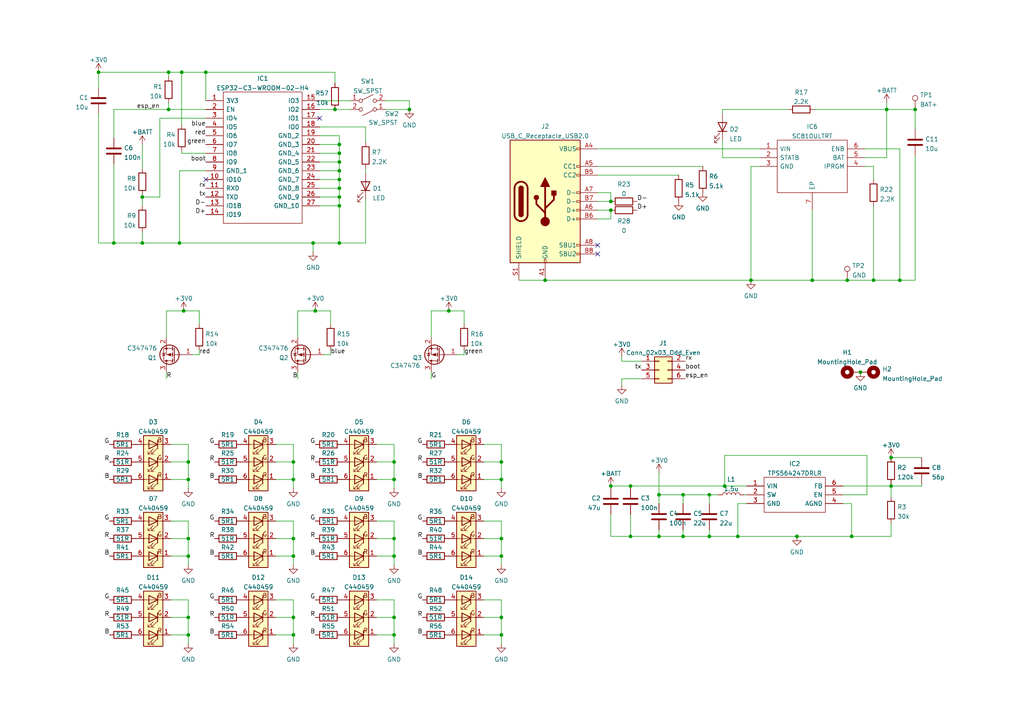
<source format=kicad_sch>
(kicad_sch (version 20211123) (generator eeschema)
  (paper "A4")
  (junction (at 191.135 155.575))
  (junction (at 98.425 49.53))
  (junction (at 52.705 20.955))
  (junction (at 257.175 31.75))
  (junction (at 249.555 107.95))
  (junction (at 85.09 161.29))
  (junction (at 182.88 140.97))
  (junction (at 198.12 143.51))
  (junction (at 53.2727 90.17))
  (junction (at 52.07 70.485))
  (junction (at 114.3 139.065))
  (junction (at 98.425 52.07))
  (junction (at 54.61 184.15))
  (junction (at 54.61 161.29))
  (junction (at 235.585 81.28))
  (junction (at 258.445 140.97))
  (junction (at 198.12 155.575))
  (junction (at 205.74 143.51))
  (junction (at 114.3 184.15))
  (junction (at 98.425 54.61))
  (junction (at 59.69 20.955))
  (junction (at 97.155 31.75))
  (junction (at 145.415 133.985))
  (junction (at 145.415 156.21))
  (junction (at 258.445 132.715))
  (junction (at 33.02 70.485))
  (junction (at 85.09 139.065))
  (junction (at 114.3 179.07))
  (junction (at 114.3 161.29))
  (junction (at 177.165 60.96))
  (junction (at 98.425 41.91))
  (junction (at 205.74 155.575))
  (junction (at 118.745 31.75))
  (junction (at 247.015 155.575))
  (junction (at 217.805 81.28))
  (junction (at 91.44 90.17))
  (junction (at 114.3 156.21))
  (junction (at 210.185 140.97))
  (junction (at 41.275 70.485))
  (junction (at 145.415 161.29))
  (junction (at 41.275 57.15))
  (junction (at 145.415 179.07))
  (junction (at 54.61 133.985))
  (junction (at 85.09 156.21))
  (junction (at 85.09 133.985))
  (junction (at 48.895 20.955))
  (junction (at 191.135 143.51))
  (junction (at 48.895 31.75))
  (junction (at 28.575 20.955))
  (junction (at 98.425 59.69))
  (junction (at 130.175 90.17))
  (junction (at 145.415 139.065))
  (junction (at 182.88 155.575))
  (junction (at 85.09 184.15))
  (junction (at 98.425 46.99))
  (junction (at 85.09 179.07))
  (junction (at 114.3 133.985))
  (junction (at 213.995 155.575))
  (junction (at 54.61 156.21))
  (junction (at 231.14 155.575))
  (junction (at 145.415 184.15))
  (junction (at 245.745 81.28))
  (junction (at 260.985 81.28))
  (junction (at 98.425 57.15))
  (junction (at 98.425 44.45))
  (junction (at 253.365 81.28))
  (junction (at 54.61 179.07))
  (junction (at 177.165 140.97))
  (junction (at 158.115 81.28))
  (junction (at 90.805 70.485))
  (junction (at 98.425 70.485))
  (junction (at 265.43 31.75))
  (junction (at 54.61 139.065))
  (junction (at 177.165 58.42))
  (no_connect (at 173.355 73.66))
  (no_connect (at 173.355 71.12))
  (no_connect (at 59.69 52.07))
  (no_connect (at 92.71 34.29))
  (wire (pts (xy 80.01 151.13) (xy 85.09 151.13)))
  (wire (pts (xy 265.43 81.28) (xy 260.985 81.28)))
  (wire (pts (xy 59.69 44.45) (xy 52.705 44.45)))
  (wire (pts (xy 177.165 58.42) (xy 173.355 58.42)))
  (wire (pts (xy 54.61 128.905) (xy 54.61 133.985)))
  (wire (pts (xy 177.165 140.97) (xy 182.88 140.97)))
  (wire (pts (xy 109.22 133.985) (xy 114.3 133.985)))
  (wire (pts (xy 109.22 173.99) (xy 114.3 173.99)))
  (wire (pts (xy 247.015 155.575) (xy 247.015 146.05)))
  (wire (pts (xy 41.275 41.91) (xy 41.275 48.895)))
  (wire (pts (xy 46.355 34.29) (xy 59.69 34.29)))
  (wire (pts (xy 106.045 70.485) (xy 106.045 57.785)))
  (wire (pts (xy 98.425 41.91) (xy 98.425 39.37)))
  (wire (pts (xy 92.71 54.61) (xy 98.425 54.61)))
  (wire (pts (xy 145.415 179.07) (xy 145.415 184.15)))
  (wire (pts (xy 114.3 151.13) (xy 114.3 156.21)))
  (wire (pts (xy 80.01 128.905) (xy 85.09 128.905)))
  (wire (pts (xy 57.785 102.87) (xy 57.785 101.6)))
  (wire (pts (xy 114.3 179.07) (xy 114.3 184.15)))
  (wire (pts (xy 209.55 31.75) (xy 228.6 31.75)))
  (wire (pts (xy 106.045 50.165) (xy 106.045 48.895)))
  (wire (pts (xy 98.425 70.485) (xy 106.045 70.485)))
  (wire (pts (xy 53.2727 90.17) (xy 57.785 90.17)))
  (wire (pts (xy 180.34 109.855) (xy 180.34 111.76)))
  (wire (pts (xy 216.535 146.05) (xy 213.995 146.05)))
  (wire (pts (xy 182.88 140.97) (xy 182.88 141.605)))
  (wire (pts (xy 28.575 70.485) (xy 28.575 33.02)))
  (wire (pts (xy 182.88 149.225) (xy 182.88 155.575)))
  (wire (pts (xy 48.895 20.955) (xy 52.705 20.955)))
  (wire (pts (xy 125.095 90.17) (xy 130.175 90.17)))
  (wire (pts (xy 98.425 44.45) (xy 98.425 41.91)))
  (wire (pts (xy 158.115 81.28) (xy 217.805 81.28)))
  (wire (pts (xy 210.185 132.08) (xy 210.185 140.97)))
  (wire (pts (xy 109.22 184.15) (xy 114.3 184.15)))
  (wire (pts (xy 90.805 73.025) (xy 90.805 70.485)))
  (wire (pts (xy 85.09 133.985) (xy 85.09 139.065)))
  (wire (pts (xy 98.425 46.99) (xy 98.425 49.53)))
  (wire (pts (xy 98.425 44.45) (xy 98.425 46.99)))
  (wire (pts (xy 118.745 31.75) (xy 111.76 31.75)))
  (wire (pts (xy 177.165 55.88) (xy 177.165 58.42)))
  (wire (pts (xy 205.74 146.05) (xy 205.74 143.51)))
  (wire (pts (xy 92.71 29.21) (xy 101.6 29.21)))
  (wire (pts (xy 177.165 149.225) (xy 177.165 155.575)))
  (wire (pts (xy 244.475 140.97) (xy 258.445 140.97)))
  (wire (pts (xy 98.425 54.61) (xy 98.425 57.15)))
  (wire (pts (xy 54.61 139.065) (xy 54.61 141.605)))
  (wire (pts (xy 258.445 155.575) (xy 247.015 155.575)))
  (wire (pts (xy 95.885 102.87) (xy 95.885 101.6)))
  (wire (pts (xy 215.9 143.51) (xy 216.535 143.51)))
  (wire (pts (xy 92.71 59.69) (xy 98.425 59.69)))
  (wire (pts (xy 46.355 34.29) (xy 46.355 57.15)))
  (wire (pts (xy 54.61 151.13) (xy 54.61 156.21)))
  (wire (pts (xy 28.575 20.955) (xy 28.575 25.4)))
  (wire (pts (xy 209.55 33.02) (xy 209.55 31.75)))
  (wire (pts (xy 191.135 155.575) (xy 198.12 155.575)))
  (wire (pts (xy 28.575 20.955) (xy 48.895 20.955)))
  (wire (pts (xy 247.015 146.05) (xy 244.475 146.05)))
  (wire (pts (xy 85.09 128.905) (xy 85.09 133.985)))
  (wire (pts (xy 145.415 161.29) (xy 145.415 163.83)))
  (wire (pts (xy 52.705 20.955) (xy 52.705 36.195)))
  (wire (pts (xy 265.43 31.75) (xy 265.43 37.465)))
  (wire (pts (xy 92.71 44.45) (xy 98.425 44.45)))
  (wire (pts (xy 140.335 128.905) (xy 145.415 128.905)))
  (wire (pts (xy 258.445 151.765) (xy 258.445 155.575)))
  (wire (pts (xy 80.01 179.07) (xy 85.09 179.07)))
  (wire (pts (xy 140.335 133.985) (xy 145.415 133.985)))
  (wire (pts (xy 114.3 128.905) (xy 114.3 133.985)))
  (wire (pts (xy 205.74 153.67) (xy 205.74 155.575)))
  (wire (pts (xy 258.445 132.715) (xy 267.335 132.715)))
  (wire (pts (xy 257.175 45.72) (xy 257.175 31.75)))
  (wire (pts (xy 134.62 102.87) (xy 134.62 101.6)))
  (wire (pts (xy 49.53 156.21) (xy 54.61 156.21)))
  (wire (pts (xy 173.355 50.8) (xy 196.85 50.8)))
  (wire (pts (xy 118.745 29.21) (xy 118.745 31.75)))
  (wire (pts (xy 85.09 179.07) (xy 85.09 184.15)))
  (wire (pts (xy 109.22 128.905) (xy 114.3 128.905)))
  (wire (pts (xy 250.825 43.18) (xy 260.985 43.18)))
  (wire (pts (xy 173.355 55.88) (xy 177.165 55.88)))
  (wire (pts (xy 205.74 143.51) (xy 208.28 143.51)))
  (wire (pts (xy 49.53 173.99) (xy 54.61 173.99)))
  (wire (pts (xy 145.415 128.905) (xy 145.415 133.985)))
  (wire (pts (xy 49.53 151.13) (xy 54.61 151.13)))
  (wire (pts (xy 145.415 173.99) (xy 145.415 179.07)))
  (wire (pts (xy 41.275 67.31) (xy 41.275 70.485)))
  (wire (pts (xy 109.22 151.13) (xy 114.3 151.13)))
  (wire (pts (xy 48.26 90.17) (xy 53.2727 90.17)))
  (wire (pts (xy 191.135 143.51) (xy 191.135 146.05)))
  (wire (pts (xy 114.3 139.065) (xy 114.3 141.605)))
  (wire (pts (xy 95.885 93.98) (xy 95.885 90.17)))
  (wire (pts (xy 213.995 155.575) (xy 231.14 155.575)))
  (wire (pts (xy 49.53 139.065) (xy 54.61 139.065)))
  (wire (pts (xy 86.36 107.95) (xy 86.36 109.855)))
  (wire (pts (xy 80.01 133.985) (xy 85.09 133.985)))
  (wire (pts (xy 106.045 36.83) (xy 106.045 41.275)))
  (wire (pts (xy 80.01 139.065) (xy 85.09 139.065)))
  (wire (pts (xy 177.165 63.5) (xy 177.165 60.96)))
  (wire (pts (xy 267.335 140.97) (xy 258.445 140.97)))
  (wire (pts (xy 41.275 57.15) (xy 41.275 59.69)))
  (wire (pts (xy 92.71 36.83) (xy 106.045 36.83)))
  (wire (pts (xy 92.71 49.53) (xy 98.425 49.53)))
  (wire (pts (xy 85.09 156.21) (xy 85.09 161.29)))
  (wire (pts (xy 257.175 31.75) (xy 257.175 29.845)))
  (wire (pts (xy 28.575 70.485) (xy 33.02 70.485)))
  (wire (pts (xy 145.415 156.21) (xy 145.415 161.29)))
  (wire (pts (xy 48.26 107.95) (xy 48.26 109.855)))
  (wire (pts (xy 231.14 155.575) (xy 247.015 155.575)))
  (wire (pts (xy 253.365 81.28) (xy 245.745 81.28)))
  (wire (pts (xy 134.62 93.98) (xy 134.62 90.17)))
  (wire (pts (xy 235.585 81.28) (xy 217.805 81.28)))
  (wire (pts (xy 41.275 70.485) (xy 52.07 70.485)))
  (wire (pts (xy 109.22 156.21) (xy 114.3 156.21)))
  (wire (pts (xy 173.355 63.5) (xy 177.165 63.5)))
  (wire (pts (xy 33.02 47.625) (xy 33.02 70.485)))
  (wire (pts (xy 91.44 90.17) (xy 95.885 90.17)))
  (wire (pts (xy 92.71 41.91) (xy 98.425 41.91)))
  (wire (pts (xy 140.335 184.15) (xy 145.415 184.15)))
  (wire (pts (xy 125.095 90.17) (xy 125.095 97.79)))
  (wire (pts (xy 52.705 20.955) (xy 59.69 20.955)))
  (wire (pts (xy 260.985 81.28) (xy 253.365 81.28)))
  (wire (pts (xy 205.74 155.575) (xy 213.995 155.575)))
  (wire (pts (xy 253.365 52.07) (xy 253.365 48.26)))
  (wire (pts (xy 114.3 184.15) (xy 114.3 186.69)))
  (wire (pts (xy 114.3 156.21) (xy 114.3 161.29)))
  (wire (pts (xy 130.175 90.17) (xy 134.62 90.17)))
  (wire (pts (xy 57.785 93.98) (xy 57.785 90.17)))
  (wire (pts (xy 145.415 151.13) (xy 145.415 156.21)))
  (wire (pts (xy 52.705 44.45) (xy 52.705 43.815)))
  (wire (pts (xy 140.335 156.21) (xy 145.415 156.21)))
  (wire (pts (xy 198.12 143.51) (xy 198.12 146.05)))
  (wire (pts (xy 48.895 20.955) (xy 48.895 22.225)))
  (wire (pts (xy 55.88 102.87) (xy 57.785 102.87)))
  (wire (pts (xy 182.88 140.97) (xy 210.185 140.97)))
  (wire (pts (xy 140.335 179.07) (xy 145.415 179.07)))
  (wire (pts (xy 80.01 156.21) (xy 85.09 156.21)))
  (wire (pts (xy 48.895 29.845) (xy 48.895 31.75)))
  (wire (pts (xy 114.3 161.29) (xy 114.3 163.83)))
  (wire (pts (xy 265.43 45.085) (xy 265.43 81.28)))
  (wire (pts (xy 198.12 153.67) (xy 198.12 155.575)))
  (wire (pts (xy 97.155 24.13) (xy 97.155 20.955)))
  (wire (pts (xy 145.415 133.985) (xy 145.415 139.065)))
  (wire (pts (xy 145.415 184.15) (xy 145.415 186.69)))
  (wire (pts (xy 92.71 57.15) (xy 98.425 57.15)))
  (wire (pts (xy 250.825 45.72) (xy 257.175 45.72)))
  (wire (pts (xy 205.74 143.51) (xy 198.12 143.51)))
  (wire (pts (xy 257.175 31.75) (xy 265.43 31.75)))
  (wire (pts (xy 253.365 59.69) (xy 253.365 81.28)))
  (wire (pts (xy 198.12 155.575) (xy 205.74 155.575)))
  (wire (pts (xy 48.26 90.17) (xy 48.26 97.79)))
  (wire (pts (xy 186.055 109.855) (xy 180.34 109.855)))
  (wire (pts (xy 109.22 161.29) (xy 114.3 161.29)))
  (wire (pts (xy 173.355 60.96) (xy 177.165 60.96)))
  (wire (pts (xy 180.34 104.775) (xy 186.055 104.775)))
  (wire (pts (xy 244.475 143.51) (xy 251.46 143.51)))
  (wire (pts (xy 209.55 45.72) (xy 209.55 40.64)))
  (wire (pts (xy 114.3 173.99) (xy 114.3 179.07)))
  (wire (pts (xy 49.53 179.07) (xy 54.61 179.07)))
  (wire (pts (xy 98.425 57.15) (xy 98.425 59.69)))
  (wire (pts (xy 49.53 133.985) (xy 54.61 133.985)))
  (wire (pts (xy 109.22 179.07) (xy 114.3 179.07)))
  (wire (pts (xy 85.09 151.13) (xy 85.09 156.21)))
  (wire (pts (xy 191.135 153.67) (xy 191.135 155.575)))
  (wire (pts (xy 140.335 139.065) (xy 145.415 139.065)))
  (wire (pts (xy 86.36 90.17) (xy 91.44 90.17)))
  (wire (pts (xy 213.995 146.05) (xy 213.995 155.575)))
  (wire (pts (xy 33.02 31.75) (xy 48.895 31.75)))
  (wire (pts (xy 48.895 31.75) (xy 59.69 31.75)))
  (wire (pts (xy 59.69 49.53) (xy 52.07 49.53)))
  (wire (pts (xy 85.09 161.29) (xy 85.09 163.83)))
  (wire (pts (xy 140.335 161.29) (xy 145.415 161.29)))
  (wire (pts (xy 93.98 102.87) (xy 95.885 102.87)))
  (wire (pts (xy 236.22 31.75) (xy 257.175 31.75)))
  (wire (pts (xy 85.09 184.15) (xy 85.09 186.69)))
  (wire (pts (xy 86.36 90.17) (xy 86.36 97.79)))
  (wire (pts (xy 267.335 140.335) (xy 267.335 140.97)))
  (wire (pts (xy 173.355 43.18) (xy 220.345 43.18)))
  (wire (pts (xy 210.185 140.97) (xy 216.535 140.97)))
  (wire (pts (xy 260.985 43.18) (xy 260.985 81.28)))
  (wire (pts (xy 251.46 132.08) (xy 210.185 132.08)))
  (wire (pts (xy 125.095 109.855) (xy 125.095 107.95)))
  (wire (pts (xy 59.69 29.21) (xy 59.69 20.955)))
  (wire (pts (xy 177.165 155.575) (xy 182.88 155.575)))
  (wire (pts (xy 90.805 70.485) (xy 52.07 70.485)))
  (wire (pts (xy 33.02 31.75) (xy 33.02 40.005)))
  (wire (pts (xy 54.61 179.07) (xy 54.61 184.15)))
  (wire (pts (xy 114.3 133.985) (xy 114.3 139.065)))
  (wire (pts (xy 49.53 128.905) (xy 54.61 128.905)))
  (wire (pts (xy 145.415 139.065) (xy 145.415 141.605)))
  (wire (pts (xy 80.01 184.15) (xy 85.09 184.15)))
  (wire (pts (xy 109.22 139.065) (xy 114.3 139.065)))
  (wire (pts (xy 140.335 173.99) (xy 145.415 173.99)))
  (wire (pts (xy 258.445 140.97) (xy 258.445 144.145)))
  (wire (pts (xy 220.345 45.72) (xy 209.55 45.72)))
  (wire (pts (xy 217.805 48.26) (xy 220.345 48.26)))
  (wire (pts (xy 198.12 143.51) (xy 191.135 143.51)))
  (wire (pts (xy 52.07 49.53) (xy 52.07 70.485)))
  (wire (pts (xy 251.46 143.51) (xy 251.46 132.08)))
  (wire (pts (xy 97.155 31.75) (xy 101.6 31.75)))
  (wire (pts (xy 90.805 70.485) (xy 98.425 70.485)))
  (wire (pts (xy 258.445 140.97) (xy 258.445 140.335)))
  (wire (pts (xy 92.71 46.99) (xy 98.425 46.99)))
  (wire (pts (xy 80.01 173.99) (xy 85.09 173.99)))
  (wire (pts (xy 46.355 57.15) (xy 41.275 57.15)))
  (wire (pts (xy 150.495 81.28) (xy 158.115 81.28)))
  (wire (pts (xy 182.88 155.575) (xy 191.135 155.575)))
  (wire (pts (xy 98.425 59.69) (xy 98.425 70.485)))
  (wire (pts (xy 92.71 39.37) (xy 98.425 39.37)))
  (wire (pts (xy 191.135 137.16) (xy 191.135 143.51)))
  (wire (pts (xy 54.61 173.99) (xy 54.61 179.07)))
  (wire (pts (xy 253.365 48.26) (xy 250.825 48.26)))
  (wire (pts (xy 92.71 52.07) (xy 98.425 52.07)))
  (wire (pts (xy 177.165 141.605) (xy 177.165 140.97)))
  (wire (pts (xy 49.53 161.29) (xy 54.61 161.29)))
  (wire (pts (xy 180.34 104.775) (xy 180.34 103.505)))
  (wire (pts (xy 92.71 31.75) (xy 97.155 31.75)))
  (wire (pts (xy 54.61 156.21) (xy 54.61 161.29)))
  (wire (pts (xy 111.76 29.21) (xy 118.745 29.21)))
  (wire (pts (xy 54.61 184.15) (xy 54.61 186.69)))
  (wire (pts (xy 80.01 161.29) (xy 85.09 161.29)))
  (wire (pts (xy 85.09 139.065) (xy 85.09 141.605)))
  (wire (pts (xy 54.61 133.985) (xy 54.61 139.065)))
  (wire (pts (xy 33.02 70.485) (xy 41.275 70.485)))
  (wire (pts (xy 97.155 20.955) (xy 59.69 20.955)))
  (wire (pts (xy 140.335 151.13) (xy 145.415 151.13)))
  (wire (pts (xy 49.53 184.15) (xy 54.61 184.15)))
  (wire (pts (xy 98.425 52.07) (xy 98.425 54.61)))
  (wire (pts (xy 132.715 102.87) (xy 134.62 102.87)))
  (wire (pts (xy 98.425 49.53) (xy 98.425 52.07)))
  (wire (pts (xy 217.805 81.28) (xy 217.805 48.26)))
  (wire (pts (xy 245.745 81.28) (xy 235.585 81.28)))
  (wire (pts (xy 173.355 48.26) (xy 203.835 48.26)))
  (wire (pts (xy 85.09 173.99) (xy 85.09 179.07)))
  (wire (pts (xy 235.585 60.96) (xy 235.585 81.28)))
  (wire (pts (xy 54.61 161.29) (xy 54.61 163.83)))
  (wire (pts (xy 41.275 57.15) (xy 41.275 56.515)))
  (label "R" (at 91.44 156.21 180))
  (label "G" (at 62.23 151.13 180))
  (label "boot" (at 198.755 107.315 0))
  (label "boot" (at 59.69 46.99 180))
  (label "rx" (at 59.69 54.61 180))
  (label "G" (at 31.75 128.905 180))
  (label "red" (at 59.69 39.37 180))
  (label "G" (at 91.44 173.99 180))
  (label "G" (at 31.75 151.13 180))
  (label "R" (at 91.44 133.985 180))
  (label "red" (at 57.785 102.87 0))
  (label "G" (at 122.555 173.99 180))
  (label "B" (at 91.44 161.29 180))
  (label "R" (at 48.26 109.855 0))
  (label "B" (at 62.23 161.29 180))
  (label "B" (at 122.555 161.29 180))
  (label "B" (at 122.555 139.065 180))
  (label "G" (at 62.23 173.99 180))
  (label "R" (at 62.23 179.07 180))
  (label "G" (at 62.23 128.905 180))
  (label "G" (at 125.095 109.855 0))
  (label "B" (at 62.23 139.065 180))
  (label "R" (at 62.23 156.21 180))
  (label "blue" (at 95.885 102.87 0))
  (label "B" (at 31.75 139.065 180))
  (label "R" (at 31.75 179.07 180))
  (label "green" (at 134.62 102.87 0))
  (label "esp_en" (at 198.755 109.855 0))
  (label "esp_en" (at 46.355 31.75 180))
  (label "R" (at 91.44 179.07 180))
  (label "blue" (at 59.69 36.83 180))
  (label "R" (at 62.23 133.985 180))
  (label "rx" (at 198.755 104.775 0))
  (label "R" (at 122.555 156.21 180))
  (label "R" (at 122.555 179.07 180))
  (label "green" (at 59.69 41.91 180))
  (label "tx" (at 59.69 57.15 180))
  (label "G" (at 122.555 151.13 180))
  (label "B" (at 31.75 161.29 180))
  (label "D+" (at 59.69 62.23 180))
  (label "R" (at 122.555 133.985 180))
  (label "tx" (at 186.055 107.315 180))
  (label "D+" (at 184.785 60.96 0))
  (label "B" (at 86.36 109.855 180))
  (label "R" (at 31.75 156.21 180))
  (label "B" (at 91.44 184.15 180))
  (label "R" (at 31.75 133.985 180))
  (label "G" (at 91.44 151.13 180))
  (label "D-" (at 184.785 58.42 0))
  (label "G" (at 91.44 128.905 180))
  (label "B" (at 62.23 184.15 180))
  (label "G" (at 122.555 128.905 180))
  (label "B" (at 31.75 184.15 180))
  (label "G" (at 31.75 173.99 180))
  (label "B" (at 91.44 139.065 180))
  (label "B" (at 122.555 184.15 180))
  (label "D-" (at 59.69 59.69 180))
  (symbol (lib_id "Device:R") (at 95.885 97.79 180) (unit 1)
    (property "Reference" "R15" (at 97.663 96.8815 0) (effects (justify right)))
    (property "Value" "10k" (at 97.663 99.6566 0) (effects (justify right)))
    (property "Footprint" "Resistor_SMD:R_0603_1608Metric_Pad0.98x0.95mm_HandSolder" (effects hide))
  )
  (symbol (lib_id "Device:R") (at 126.365 173.99 90) (unit 1)
    (property "Reference" "R48" (at 126.365 171.2149 90))
    (property "Value" "5R1" (at 126.365 173.99 90))
    (property "Footprint" "Resistor_SMD:R_0402_1005Metric_Pad0.72x0.64mm_HandSolder" (effects hide))
  )
  (symbol (lib_id "Device:R") (at 35.56 173.99 90) (unit 1)
    (property "Reference" "R45" (at 35.56 171.2149 90))
    (property "Value" "5R1" (at 35.56 173.99 90))
    (property "Footprint" "Resistor_SMD:R_0402_1005Metric_Pad0.72x0.64mm_HandSolder" (effects hide))
  )
  (symbol (lib_id "Device:R") (at 258.445 136.525 180) (unit 1)
    (property "Reference" "R2" (at 260.223 135.6165 0) (effects (justify right)))
    (property "Value" "120k" (at 260.223 138.3916 0) (effects (justify right)))
    (property "Footprint" "Resistor_SMD:R_0603_1608Metric_Pad0.98x0.95mm_HandSolder" (effects hide))
  )
  (symbol (lib_id "Device:LED_RGB") (at 74.93 179.07 180) (unit 1)
    (property "Reference" "D12" (at 74.93 167.4835 0))
    (property "Value" "C440459" (at 74.93 170.2586 0))
    (property "Footprint" "LED_SMD:LED_RGB_5050-6" (effects hide))
  )
  (symbol (lib_id "Device:R") (at 35.56 156.21 90) (unit 1)
    (property "Reference" "R37" (at 35.56 153.67 90))
    (property "Value" "51R" (at 35.56 156.21 90))
    (property "Footprint" "Resistor_SMD:R_0402_1005Metric_Pad0.72x0.64mm_HandSolder" (effects hide))
  )
  (symbol (lib_id "Device:LED_RGB") (at 44.45 133.985 180) (unit 1)
    (property "Reference" "D3" (at 44.45 122.3985 0))
    (property "Value" "C440459" (at 44.45 125.1736 0))
    (property "Footprint" "LED_SMD:LED_RGB_5050-6" (effects hide))
  )
  (symbol (lib_id "Device:LED") (at 106.045 53.975 270) (mirror x) (unit 1)
    (property "Reference" "D1" (at 108.077 54.654 90) (effects (justify left)))
    (property "Value" "LED" (at 108.077 57.4291 90) (effects (justify left)))
    (property "Footprint" "LED_SMD:LED_0805_2012Metric_Pad1.15x1.40mm_HandSolder" (effects hide))
  )
  (symbol (lib_id "Device:R") (at 35.56 161.29 90) (unit 1)
    (property "Reference" "R41" (at 35.56 158.75 90))
    (property "Value" "5R1" (at 35.56 161.29 90))
    (property "Footprint" "Resistor_SMD:R_0402_1005Metric_Pad0.72x0.64mm_HandSolder" (effects hide))
  )
  (symbol (lib_id "power:GND") (at 85.09 163.83 0) (unit 1)
    (property "Reference" "#PWR023" (effects hide))
    (property "Value" "GND" (at 85.09 168.3925 0))
  )
  (symbol (lib_id "Device:R") (at 95.25 161.29 90) (unit 1)
    (property "Reference" "R43" (at 95.25 158.75 90))
    (property "Value" "5R1" (at 95.25 161.29 90))
    (property "Footprint" "Resistor_SMD:R_0402_1005Metric_Pad0.72x0.64mm_HandSolder" (effects hide))
  )
  (symbol (lib_id "Device:Q_PMOS_GSD") (at 88.9 102.87 180) (unit 1)
    (property "Reference" "Q2" (at 83.693 103.7785 0) (effects (justify left)))
    (property "Value" "C347476" (at 83.693 101.0034 0) (effects (justify left)))
    (property "Footprint" "Package_TO_SOT_SMD:SOT-23" (effects hide))
  )
  (symbol (lib_id "power:GND") (at 54.61 141.605 0) (unit 1)
    (property "Reference" "#PWR017" (effects hide))
    (property "Value" "GND" (at 54.61 146.1675 0))
  )
  (symbol (lib_id "Device:LED_RGB") (at 104.14 156.21 180) (unit 1)
    (property "Reference" "D9" (at 104.14 144.6235 0))
    (property "Value" "C440459" (at 104.14 147.3986 0))
    (property "Footprint" "LED_SMD:LED_RGB_5050-6" (effects hide))
  )
  (symbol (lib_id "power:GND") (at 231.14 155.575 0) (unit 1)
    (property "Reference" "#PWR0109" (effects hide))
    (property "Value" "GND" (at 231.14 160.1375 0))
  )
  (symbol (lib_id "Connector:TestPoint") (at 245.745 81.28 0) (unit 1)
    (property "Reference" "TP2" (at 247.142 77.0695 0) (effects (justify left)))
    (property "Value" "GND" (at 247.142 79.8446 0) (effects (justify left)))
    (property "Footprint" "TestPoint:TestPoint_Pad_4.0x4.0mm" (effects hide))
  )
  (symbol (lib_id "Device:R") (at 126.365 184.15 90) (unit 1)
    (property "Reference" "R56" (at 126.365 181.61 90))
    (property "Value" "5R1" (at 126.365 184.15 90))
    (property "Footprint" "Resistor_SMD:R_0402_1005Metric_Pad0.72x0.64mm_HandSolder" (effects hide))
  )
  (symbol (lib_id "Device:R") (at 126.365 156.21 90) (unit 1)
    (property "Reference" "R40" (at 126.365 153.67 90))
    (property "Value" "51R" (at 126.365 156.21 90))
    (property "Footprint" "Resistor_SMD:R_0402_1005Metric_Pad0.72x0.64mm_HandSolder" (effects hide))
  )
  (symbol (lib_id "Device:R") (at 66.04 133.985 90) (unit 1)
    (property "Reference" "R25" (at 66.04 131.445 90))
    (property "Value" "51R" (at 66.04 133.985 90))
    (property "Footprint" "Resistor_SMD:R_0402_1005Metric_Pad0.72x0.64mm_HandSolder" (effects hide))
  )
  (symbol (lib_id "Device:R") (at 41.275 52.705 0) (mirror x) (unit 1)
    (property "Reference" "R8" (at 39.497 51.7965 0) (effects (justify right)))
    (property "Value" "10k" (at 39.497 54.5716 0) (effects (justify right)))
    (property "Footprint" "Resistor_SMD:R_0603_1608Metric_Pad0.98x0.95mm_HandSolder" (effects hide))
  )
  (symbol (lib_id "Device:C") (at 191.135 149.86 0) (unit 1)
    (property "Reference" "C4" (at 194.056 148.9515 0) (effects (justify left)))
    (property "Value" "100n" (at 194.056 151.7266 0) (effects (justify left)))
    (property "Footprint" "Capacitor_SMD:C_0603_1608Metric_Pad1.08x0.95mm_HandSolder" (effects hide))
  )
  (symbol (lib_id "Device:C") (at 198.12 149.86 0) (unit 1)
    (property "Reference" "C5" (at 201.041 148.9515 0) (effects (justify left)))
    (property "Value" "22u" (at 201.041 151.7266 0) (effects (justify left)))
    (property "Footprint" "Capacitor_SMD:C_0805_2012Metric" (effects hide))
  )
  (symbol (lib_id "Device:R") (at 134.62 97.79 180) (unit 1)
    (property "Reference" "R16" (at 136.398 96.8815 0) (effects (justify right)))
    (property "Value" "10k" (at 136.398 99.6566 0) (effects (justify right)))
    (property "Footprint" "Resistor_SMD:R_0603_1608Metric_Pad0.98x0.95mm_HandSolder" (effects hide))
  )
  (symbol (lib_id "power:GND") (at 249.555 107.95 0) (unit 1)
    (property "Reference" "#PWR0101" (effects hide))
    (property "Value" "GND" (at 249.555 112.5125 0))
  )
  (symbol (lib_id "Device:R") (at 41.275 63.5 0) (mirror x) (unit 1)
    (property "Reference" "R9" (at 39.497 62.5915 0) (effects (justify right)))
    (property "Value" "10k" (at 39.497 65.3666 0) (effects (justify right)))
    (property "Footprint" "Resistor_SMD:R_0603_1608Metric_Pad0.98x0.95mm_HandSolder" (effects hide))
  )
  (symbol (lib_id "power:GND") (at 114.3 141.605 0) (unit 1)
    (property "Reference" "#PWR019" (effects hide))
    (property "Value" "GND" (at 114.3 146.1675 0))
  )
  (symbol (lib_id "Device:R") (at 95.25 151.13 90) (unit 1)
    (property "Reference" "R35" (at 95.25 148.3549 90))
    (property "Value" "5R1" (at 95.25 151.13 90))
    (property "Footprint" "Resistor_SMD:R_0402_1005Metric_Pad0.72x0.64mm_HandSolder" (effects hide))
  )
  (symbol (lib_id "Device:R") (at 66.04 173.99 90) (unit 1)
    (property "Reference" "R46" (at 66.04 171.2149 90))
    (property "Value" "5R1" (at 66.04 173.99 90))
    (property "Footprint" "Resistor_SMD:R_0402_1005Metric_Pad0.72x0.64mm_HandSolder" (effects hide))
  )
  (symbol (lib_id "Device:LED_RGB") (at 135.255 179.07 180) (unit 1)
    (property "Reference" "D14" (at 135.255 167.4835 0))
    (property "Value" "C440459" (at 135.255 170.2586 0))
    (property "Footprint" "LED_SMD:LED_RGB_5050-6" (effects hide))
  )
  (symbol (lib_id "power:GND") (at 90.805 73.025 0) (unit 1)
    (property "Reference" "#PWR09" (effects hide))
    (property "Value" "GND" (at 90.805 77.5875 0))
  )
  (symbol (lib_id "power:GND") (at 114.3 186.69 0) (unit 1)
    (property "Reference" "#PWR028" (effects hide))
    (property "Value" "GND" (at 114.3 191.2525 0))
  )
  (symbol (lib_id "Device:R") (at 52.705 40.005 0) (unit 1)
    (property "Reference" "R4" (at 50.9271 39.0965 0) (effects (justify right)))
    (property "Value" "10k" (at 50.9271 41.8716 0) (effects (justify right)))
    (property "Footprint" "Resistor_SMD:R_0603_1608Metric_Pad0.98x0.95mm_HandSolder" (effects hide))
  )
  (symbol (lib_id "Device:R") (at 35.56 184.15 90) (unit 1)
    (property "Reference" "R53" (at 35.56 181.61 90))
    (property "Value" "5R1" (at 35.56 184.15 90))
    (property "Footprint" "Resistor_SMD:R_0402_1005Metric_Pad0.72x0.64mm_HandSolder" (effects hide))
  )
  (symbol (lib_id "Device:R") (at 35.56 133.985 90) (unit 1)
    (property "Reference" "R24" (at 35.56 131.445 90))
    (property "Value" "51R" (at 35.56 133.985 90))
    (property "Footprint" "Resistor_SMD:R_0402_1005Metric_Pad0.72x0.64mm_HandSolder" (effects hide))
  )
  (symbol (lib_id "SamacSys_Parts:ESP32-C3-WROOM-02-H4") (at 59.69 29.21 0) (unit 1)
    (property "Reference" "IC1" (at 76.2 22.7543 0))
    (property "Value" "ESP32-C3-WROOM-02-H4" (at 76.2 25.5294 0))
    (property "Footprint" "SamacSys_Parts:ESP32C3WROOM02H4" (effects hide))
    (property "Datasheet" "https://www.mouser.in/datasheet/2/891/Espressif_Systems_04082021_ESP32_C3_WROOM_02-2295851.pdf" (effects hide))
    (property "Description" "WiFi Modules (802.11) SMD module, ESP32-C3, 4MB SPI flash, PCB antenna, -40 C +105 C" (effects hide))
    (property "Height" "3.35" (effects hide))
    (property "Manufacturer_Name" "Espressif Systems" (effects hide))
    (property "Manufacturer_Part_Number" "ESP32-C3-WROOM-02-H4" (effects hide))
    (property "Mouser Part Number" "356-ESP32C3WROOM02H4" (effects hide))
    (property "Mouser Price/Stock" "https://www.mouser.co.uk/ProductDetail/Espressif-Systems/ESP32-C3-WROOM-02-H4?qs=stqOd1AaK79%2FSA14oWtR%252Bw%3D%3D" (effects hide))
  )
  (symbol (lib_id "power:GND") (at 145.415 186.69 0) (unit 1)
    (property "Reference" "#PWR029" (effects hide))
    (property "Value" "GND" (at 145.415 191.2525 0))
  )
  (symbol (lib_id "Device:R") (at 180.975 58.42 270) (unit 1)
    (property "Reference" "R23" (at 180.975 53.4375 90))
    (property "Value" "0" (at 180.975 56.2126 90))
    (property "Footprint" "Resistor_SMD:R_0603_1608Metric_Pad0.98x0.95mm_HandSolder" (effects hide))
  )
  (symbol (lib_id "Device:R") (at 66.04 184.15 90) (unit 1)
    (property "Reference" "R54" (at 66.04 181.61 90))
    (property "Value" "5R1" (at 66.04 184.15 90))
    (property "Footprint" "Resistor_SMD:R_0402_1005Metric_Pad0.72x0.64mm_HandSolder" (effects hide))
  )
  (symbol (lib_id "power:+3V0") (at 180.34 103.505 0) (unit 1)
    (property "Reference" "#PWR0110" (effects hide))
    (property "Value" "+3V0" (at 180.34 99.9005 0))
  )
  (symbol (lib_id "Device:R") (at 35.56 128.905 90) (unit 1)
    (property "Reference" "R18" (at 35.56 126.1299 90))
    (property "Value" "5R1" (at 35.56 128.905 90))
    (property "Footprint" "Resistor_SMD:R_0402_1005Metric_Pad0.72x0.64mm_HandSolder" (effects hide))
  )
  (symbol (lib_id "power:GND") (at 145.415 163.83 0) (unit 1)
    (property "Reference" "#PWR025" (effects hide))
    (property "Value" "GND" (at 145.415 168.3925 0))
  )
  (symbol (lib_id "Device:LED_RGB") (at 74.93 156.21 180) (unit 1)
    (property "Reference" "D8" (at 74.93 144.6235 0))
    (property "Value" "C440459" (at 74.93 147.3986 0))
    (property "Footprint" "LED_SMD:LED_RGB_5050-6" (effects hide))
  )
  (symbol (lib_id "Device:R") (at 95.25 179.07 90) (unit 1)
    (property "Reference" "R51" (at 95.25 176.53 90))
    (property "Value" "51R" (at 95.25 179.07 90))
    (property "Footprint" "Resistor_SMD:R_0402_1005Metric_Pad0.72x0.64mm_HandSolder" (effects hide))
  )
  (symbol (lib_id "Device:LED_RGB") (at 135.255 156.21 180) (unit 1)
    (property "Reference" "D10" (at 135.255 144.6235 0))
    (property "Value" "C440459" (at 135.255 147.3986 0))
    (property "Footprint" "LED_SMD:LED_RGB_5050-6" (effects hide))
  )
  (symbol (lib_id "Device:R") (at 95.25 184.15 90) (unit 1)
    (property "Reference" "R55" (at 95.25 181.61 90))
    (property "Value" "5R1" (at 95.25 184.15 90))
    (property "Footprint" "Resistor_SMD:R_0402_1005Metric_Pad0.72x0.64mm_HandSolder" (effects hide))
  )
  (symbol (lib_id "power:+3V0") (at 258.445 132.715 0) (unit 1)
    (property "Reference" "#PWR0108" (effects hide))
    (property "Value" "+3V0" (at 258.445 129.1105 0))
  )
  (symbol (lib_id "Device:R") (at 66.04 128.905 90) (unit 1)
    (property "Reference" "R19" (at 66.04 126.1299 90))
    (property "Value" "5R1" (at 66.04 128.905 90))
    (property "Footprint" "Resistor_SMD:R_0402_1005Metric_Pad0.72x0.64mm_HandSolder" (effects hide))
  )
  (symbol (lib_id "Device:R") (at 48.895 26.035 0) (unit 1)
    (property "Reference" "R1" (at 47.1171 25.1265 0) (effects (justify right)))
    (property "Value" "10k" (at 47.1171 27.9016 0) (effects (justify right)))
    (property "Footprint" "Resistor_SMD:R_0603_1608Metric_Pad0.98x0.95mm_HandSolder" (effects hide))
  )
  (symbol (lib_id "SamacSys_Parts:TPS564247DRLR") (at 216.535 140.97 0) (unit 1)
    (property "Reference" "IC2" (at 230.505 134.5143 0))
    (property "Value" "TPS564247DRLR" (at 230.505 137.2894 0))
    (property "Footprint" "SamacSys_Parts:SOT50P160X60-6N" (effects hide))
    (property "Datasheet" "https://www.ti.com/lit/ds/symlink/tps564242.pdf" (effects hide))
    (property "Description" "Switching Voltage Regulators 3-V to 16-V input voltage, 4-A FCCM mode, synchronous buck converter in SOT-563 package" (effects hide))
    (property "Height" "0.6" (effects hide))
    (property "Mouser Part Number" "595-TPS564247DRLR" (effects hide))
    (property "Mouser Price/Stock" "https://www.mouser.co.uk/ProductDetail/Texas-Instruments/TPS564247DRLR?qs=tlsG%2FOw5FFiLH60bcMvlFQ%3D%3D" (effects hide))
    (property "Manufacturer_Name" "Texas Instruments" (effects hide))
    (property "Manufacturer_Part_Number" "TPS564247DRLR" (effects hide))
  )
  (symbol (lib_id "power:+3V0") (at 53.2727 90.17 0) (unit 1)
    (property "Reference" "#PWR0104" (effects hide))
    (property "Value" "+3V0" (at 53.2727 86.5655 0))
  )
  (symbol (lib_id "Switch:SW_SPST") (at 106.68 31.75 180) (unit 1)
    (property "Reference" "SW2" (at 113.665 33.02 0))
    (property "Value" "SW_SPST" (at 111.125 35.56 0))
    (property "Footprint" "Button_Switch_THT:SW_PUSH_6mm_H4.3mm" (effects hide))
  )
  (symbol (lib_id "Device:R") (at 180.975 60.96 90) (unit 1)
    (property "Reference" "R28" (at 180.975 64.1255 90))
    (property "Value" "0" (at 180.975 66.9006 90))
    (property "Footprint" "Resistor_SMD:R_0603_1608Metric_Pad0.98x0.95mm_HandSolder" (effects hide))
  )
  (symbol (lib_id "power:GND") (at 196.85 58.42 0) (unit 1)
    (property "Reference" "#PWR01" (effects hide))
    (property "Value" "GND" (at 196.85 62.9825 0))
  )
  (symbol (lib_id "Device:R") (at 95.25 139.065 90) (unit 1)
    (property "Reference" "R31" (at 95.25 136.525 90))
    (property "Value" "5R1" (at 95.25 139.065 90))
    (property "Footprint" "Resistor_SMD:R_0402_1005Metric_Pad0.72x0.64mm_HandSolder" (effects hide))
  )
  (symbol (lib_id "Device:R") (at 95.25 128.905 90) (unit 1)
    (property "Reference" "R20" (at 95.25 126.1299 90))
    (property "Value" "5R1" (at 95.25 128.905 90))
    (property "Footprint" "Resistor_SMD:R_0402_1005Metric_Pad0.72x0.64mm_HandSolder" (effects hide))
  )
  (symbol (lib_id "Device:R") (at 35.56 139.065 90) (unit 1)
    (property "Reference" "R29" (at 35.56 136.525 90))
    (property "Value" "5R1" (at 35.56 139.065 90))
    (property "Footprint" "Resistor_SMD:R_0402_1005Metric_Pad0.72x0.64mm_HandSolder" (effects hide))
  )
  (symbol (lib_id "SamacSys_Parts:SC810ULTRT") (at 220.345 43.18 0) (unit 1)
    (property "Reference" "IC6" (at 235.585 36.7243 0))
    (property "Value" "SC810ULTRT" (at 235.585 39.4994 0))
    (property "Footprint" "SamacSys_Parts:SON50P200X200X60-7N-D" (effects hide))
    (property "Datasheet" "https://www.arrow.com/en/products/sc810ultrt/semtech" (effects hide))
    (property "Description" "Battery Management SNGL INPUT/MODE LI BATT CHRGR" (effects hide))
    (property "Height" "0.6" (effects hide))
    (property "Mouser Part Number" "947-SC810ULTRT" (effects hide))
    (property "Mouser Price/Stock" "https://www.mouser.co.uk/ProductDetail/Semtech/SC810ULTRT?qs=rBWM4%252BvDhIeySh%2F916GS6g%3D%3D" (effects hide))
    (property "Manufacturer_Name" "SEMTECH" (effects hide))
    (property "Manufacturer_Part_Number" "SC810ULTRT" (effects hide))
  )
  (symbol (lib_id "Device:R") (at 253.365 55.88 180) (unit 1)
    (property "Reference" "R22" (at 255.143 54.9715 0) (effects (justify right)))
    (property "Value" "2.2K" (at 255.143 57.7466 0) (effects (justify right)))
    (property "Footprint" "Resistor_SMD:R_0603_1608Metric_Pad0.98x0.95mm_HandSolder" (effects hide))
  )
  (symbol (lib_id "Device:C") (at 28.575 29.21 0) (unit 1)
    (property "Reference" "C1" (at 25.6541 28.3015 0) (effects (justify right)))
    (property "Value" "10u" (at 25.6541 31.0766 0) (effects (justify right)))
    (property "Footprint" "Capacitor_SMD:C_0603_1608Metric_Pad1.08x0.95mm_HandSolder" (effects hide))
  )
  (symbol (lib_id "Device:LED_RGB") (at 104.14 133.985 180) (unit 1)
    (property "Reference" "D5" (at 104.14 122.3985 0))
    (property "Value" "C440459" (at 104.14 125.1736 0))
    (property "Footprint" "LED_SMD:LED_RGB_5050-6" (effects hide))
  )
  (symbol (lib_id "Device:R") (at 126.365 128.905 90) (unit 1)
    (property "Reference" "R21" (at 126.365 126.1299 90))
    (property "Value" "5R1" (at 126.365 128.905 90))
    (property "Footprint" "Resistor_SMD:R_0402_1005Metric_Pad0.72x0.64mm_HandSolder" (effects hide))
  )
  (symbol (lib_id "Device:C") (at 177.165 145.415 0) (unit 1)
    (property "Reference" "C2" (at 174.2441 144.5065 0) (effects (justify right)))
    (property "Value" "47u" (at 174.2441 147.2816 0) (effects (justify right)))
    (property "Footprint" "Capacitor_SMD:C_0805_2012Metric" (effects hide))
  )
  (symbol (lib_id "Device:R") (at 126.365 161.29 90) (unit 1)
    (property "Reference" "R44" (at 126.365 158.75 90))
    (property "Value" "5R1" (at 126.365 161.29 90))
    (property "Footprint" "Resistor_SMD:R_0402_1005Metric_Pad0.72x0.64mm_HandSolder" (effects hide))
  )
  (symbol (lib_id "Device:R") (at 35.56 151.13 90) (unit 1)
    (property "Reference" "R33" (at 35.56 148.3549 90))
    (property "Value" "5R1" (at 35.56 151.13 90))
    (property "Footprint" "Resistor_SMD:R_0402_1005Metric_Pad0.72x0.64mm_HandSolder" (effects hide))
  )
  (symbol (lib_id "Device:R") (at 66.04 179.07 90) (unit 1)
    (property "Reference" "R50" (at 66.04 176.53 90))
    (property "Value" "51R" (at 66.04 179.07 90))
    (property "Footprint" "Resistor_SMD:R_0402_1005Metric_Pad0.72x0.64mm_HandSolder" (effects hide))
  )
  (symbol (lib_id "Connector_Generic:Conn_02x03_Odd_Even") (at 191.135 107.315 0) (unit 1)
    (property "Reference" "J1" (at 192.405 99.5385 0))
    (property "Value" "Conn_02x03_Odd_Even" (at 192.405 102.3136 0))
    (property "Footprint" "Connector_PinHeader_2.54mm:PinHeader_2x03_P2.54mm_Vertical" (effects hide))
  )
  (symbol (lib_id "Device:C") (at 33.02 43.815 0) (unit 1)
    (property "Reference" "C6" (at 35.941 42.9065 0) (effects (justify left)))
    (property "Value" "100n" (at 35.941 45.6816 0) (effects (justify left)))
    (property "Footprint" "Capacitor_SMD:C_0603_1608Metric_Pad1.08x0.95mm_HandSolder" (effects hide))
  )
  (symbol (lib_id "Device:R") (at 66.04 151.13 90) (unit 1)
    (property "Reference" "R34" (at 66.04 148.3549 90))
    (property "Value" "5R1" (at 66.04 151.13 90))
    (property "Footprint" "Resistor_SMD:R_0402_1005Metric_Pad0.72x0.64mm_HandSolder" (effects hide))
  )
  (symbol (lib_id "power:GND") (at 114.3 163.83 0) (unit 1)
    (property "Reference" "#PWR024" (effects hide))
    (property "Value" "GND" (at 114.3 168.3925 0))
  )
  (symbol (lib_id "Device:R") (at 57.785 97.79 180) (unit 1)
    (property "Reference" "R14" (at 59.563 96.8815 0) (effects (justify right)))
    (property "Value" "10k" (at 59.563 99.6566 0) (effects (justify right)))
    (property "Footprint" "Resistor_SMD:R_0603_1608Metric_Pad0.98x0.95mm_HandSolder" (effects hide))
  )
  (symbol (lib_id "Device:R") (at 95.25 156.21 90) (unit 1)
    (property "Reference" "R39" (at 95.25 153.67 90))
    (property "Value" "51R" (at 95.25 156.21 90))
    (property "Footprint" "Resistor_SMD:R_0402_1005Metric_Pad0.72x0.64mm_HandSolder" (effects hide))
  )
  (symbol (lib_id "Device:R") (at 232.41 31.75 270) (unit 1)
    (property "Reference" "R17" (at 232.41 26.7675 90))
    (property "Value" "2.2K" (at 232.41 29.5426 90))
    (property "Footprint" "Resistor_SMD:R_0603_1608Metric_Pad0.98x0.95mm_HandSolder" (effects hide))
  )
  (symbol (lib_id "Device:L") (at 212.09 143.51 90) (unit 1)
    (property "Reference" "L1" (at 212.09 139.0355 90))
    (property "Value" "1.5u" (at 212.09 141.8106 90))
    (property "Footprint" "Inductor_SMD:L_Wuerth_MAPI-4020" (effects hide))
  )
  (symbol (lib_id "Device:LED_RGB") (at 135.255 133.985 180) (unit 1)
    (property "Reference" "D6" (at 135.255 122.3985 0))
    (property "Value" "C440459" (at 135.255 125.1736 0))
    (property "Footprint" "LED_SMD:LED_RGB_5050-6" (effects hide))
  )
  (symbol (lib_id "Device:R") (at 126.365 133.985 90) (unit 1)
    (property "Reference" "R27" (at 126.365 131.445 90))
    (property "Value" "51R" (at 126.365 133.985 90))
    (property "Footprint" "Resistor_SMD:R_0402_1005Metric_Pad0.72x0.64mm_HandSolder" (effects hide))
  )
  (symbol (lib_id "Device:C") (at 267.335 136.525 0) (unit 1)
    (property "Reference" "C8" (at 270.256 135.6165 0) (effects (justify left)))
    (property "Value" "56p" (at 270.256 138.3916 0) (effects (justify left)))
    (property "Footprint" "Capacitor_SMD:C_0603_1608Metric_Pad1.08x0.95mm_HandSolder" (effects hide))
  )
  (symbol (lib_id "power:GND") (at 85.09 141.605 0) (unit 1)
    (property "Reference" "#PWR018" (effects hide))
    (property "Value" "GND" (at 85.09 146.1675 0))
  )
  (symbol (lib_id "Connector:TestPoint") (at 265.43 31.75 0) (unit 1)
    (property "Reference" "TP1" (at 266.827 27.5395 0) (effects (justify left)))
    (property "Value" "BAT+" (at 266.827 30.3146 0) (effects (justify left)))
    (property "Footprint" "TestPoint:TestPoint_Pad_4.0x4.0mm" (effects hide))
  )
  (symbol (lib_id "power:+3V0") (at 191.135 137.16 0) (unit 1)
    (property "Reference" "#PWR0107" (effects hide))
    (property "Value" "+3V0" (at 191.135 133.5555 0))
  )
  (symbol (lib_id "Device:LED_RGB") (at 104.14 179.07 180) (unit 1)
    (property "Reference" "D13" (at 104.14 167.4835 0))
    (property "Value" "C440459" (at 104.14 170.2586 0))
    (property "Footprint" "LED_SMD:LED_RGB_5050-6" (effects hide))
  )
  (symbol (lib_id "power:GND") (at 54.61 163.83 0) (unit 1)
    (property "Reference" "#PWR022" (effects hide))
    (property "Value" "GND" (at 54.61 168.3925 0))
  )
  (symbol (lib_id "Device:R") (at 106.045 45.085 0) (unit 1)
    (property "Reference" "R7" (at 107.823 44.1765 0) (effects (justify left)))
    (property "Value" "2.2K" (at 107.823 46.9516 0) (effects (justify left)))
    (property "Footprint" "Resistor_SMD:R_0603_1608Metric_Pad0.98x0.95mm_HandSolder" (effects hide))
  )
  (symbol (lib_id "power:+BATT") (at 257.175 29.845 0) (unit 1)
    (property "Reference" "#PWR012" (effects hide))
    (property "Value" "+BATT" (at 257.175 26.2405 0))
  )
  (symbol (lib_id "power:+BATT") (at 177.165 140.97 0) (unit 1)
    (property "Reference" "#PWR0106" (effects hide))
    (property "Value" "+BATT" (at 177.165 137.3655 0))
  )
  (symbol (lib_id "Device:R") (at 95.25 173.99 90) (unit 1)
    (property "Reference" "R47" (at 95.25 171.2149 90))
    (property "Value" "5R1" (at 95.25 173.99 90))
    (property "Footprint" "Resistor_SMD:R_0402_1005Metric_Pad0.72x0.64mm_HandSolder" (effects hide))
  )
  (symbol (lib_id "Device:LED_RGB") (at 44.45 156.21 180) (unit 1)
    (property "Reference" "D7" (at 44.45 144.6235 0))
    (property "Value" "C440459" (at 44.45 147.3986 0))
    (property "Footprint" "LED_SMD:LED_RGB_5050-6" (effects hide))
  )
  (symbol (lib_id "power:+3V0") (at 28.575 20.955 0) (unit 1)
    (property "Reference" "#PWR0105" (effects hide))
    (property "Value" "+3V0" (at 28.575 17.3505 0))
  )
  (symbol (lib_id "Mechanical:MountingHole_Pad") (at 252.095 107.95 270) (unit 1)
    (property "Reference" "H2" (at 255.905 107.0415 90) (effects (justify left)))
    (property "Value" "MountingHole_Pad" (at 255.905 109.8166 90) (effects (justify left)))
    (property "Footprint" "MountingHole:MountingHole_3.2mm_M3_DIN965_Pad" (effects hide))
  )
  (symbol (lib_id "Device:R") (at 203.835 52.07 180) (unit 1)
    (property "Reference" "R6" (at 205.613 51.1615 0) (effects (justify right)))
    (property "Value" "5.1k" (at 205.613 53.9366 0) (effects (justify right)))
    (property "Footprint" "Resistor_SMD:R_0603_1608Metric" (effects hide))
  )
  (symbol (lib_id "Device:LED_RGB") (at 44.45 179.07 180) (unit 1)
    (property "Reference" "D11" (at 44.45 167.4835 0))
    (property "Value" "C440459" (at 44.45 170.2586 0))
    (property "Footprint" "LED_SMD:LED_RGB_5050-6" (effects hide))
  )
  (symbol (lib_id "Device:LED_RGB") (at 74.93 133.985 180) (unit 1)
    (property "Reference" "D4" (at 74.93 122.3985 0))
    (property "Value" "C440459" (at 74.93 125.1736 0))
    (property "Footprint" "LED_SMD:LED_RGB_5050-6" (effects hide))
  )
  (symbol (lib_id "Device:C") (at 205.74 149.86 0) (unit 1)
    (property "Reference" "C7" (at 208.661 148.9515 0) (effects (justify left)))
    (property "Value" "22u" (at 208.661 151.7266 0) (effects (justify left)))
    (property "Footprint" "Capacitor_SMD:C_0805_2012Metric" (effects hide))
  )
  (symbol (lib_id "Device:R") (at 126.365 151.13 90) (unit 1)
    (property "Reference" "R36" (at 126.365 148.3549 90))
    (property "Value" "5R1" (at 126.365 151.13 90))
    (property "Footprint" "Resistor_SMD:R_0402_1005Metric_Pad0.72x0.64mm_HandSolder" (effects hide))
  )
  (symbol (lib_id "Device:R") (at 66.04 156.21 90) (unit 1)
    (property "Reference" "R38" (at 66.04 153.67 90))
    (property "Value" "51R" (at 66.04 156.21 90))
    (property "Footprint" "Resistor_SMD:R_0402_1005Metric_Pad0.72x0.64mm_HandSolder" (effects hide))
  )
  (symbol (lib_id "Device:R") (at 196.85 54.61 180) (unit 1)
    (property "Reference" "R5" (at 198.628 53.7015 0) (effects (justify right)))
    (property "Value" "5.1k" (at 198.628 56.4766 0) (effects (justify right)))
    (property "Footprint" "Resistor_SMD:R_0603_1608Metric" (effects hide))
  )
  (symbol (lib_id "Device:R") (at 258.445 147.955 180) (unit 1)
    (property "Reference" "R3" (at 260.223 147.0465 0) (effects (justify right)))
    (property "Value" "30k" (at 260.223 149.8216 0) (effects (justify right)))
    (property "Footprint" "Resistor_SMD:R_0603_1608Metric_Pad0.98x0.95mm_HandSolder" (effects hide))
  )
  (symbol (lib_id "power:GND") (at 145.415 141.605 0) (unit 1)
    (property "Reference" "#PWR020" (effects hide))
    (property "Value" "GND" (at 145.415 146.1675 0))
  )
  (symbol (lib_id "Device:R") (at 95.25 133.985 90) (unit 1)
    (property "Reference" "R26" (at 95.25 131.445 90))
    (property "Value" "51R" (at 95.25 133.985 90))
    (property "Footprint" "Resistor_SMD:R_0402_1005Metric_Pad0.72x0.64mm_HandSolder" (effects hide))
  )
  (symbol (lib_id "Mechanical:MountingHole_Pad") (at 247.015 107.95 90) (unit 1)
    (property "Reference" "H1" (at 245.745 102.2055 90))
    (property "Value" "MountingHole_Pad" (at 245.745 104.9806 90))
    (property "Footprint" "MountingHole:MountingHole_3.2mm_M3_DIN965_Pad" (effects hide))
  )
  (symbol (lib_id "power:+3V0") (at 91.44 90.17 0) (unit 1)
    (property "Reference" "#PWR0102" (effects hide))
    (property "Value" "+3V0" (at 91.44 86.5655 0))
  )
  (symbol (lib_id "Device:R") (at 126.365 179.07 90) (unit 1)
    (property "Reference" "R52" (at 126.365 176.53 90))
    (property "Value" "51R" (at 126.365 179.07 90))
    (property "Footprint" "Resistor_SMD:R_0402_1005Metric_Pad0.72x0.64mm_HandSolder" (effects hide))
  )
  (symbol (lib_id "Connector:USB_C_Receptacle_USB2.0") (at 158.115 58.42 0) (unit 1)
    (property "Reference" "J2" (at 158.115 36.6735 0))
    (property "Value" "USB_C_Receptacle_USB2.0" (at 158.115 39.4486 0))
    (property "Footprint" "Connector_USB:USB_C_Receptacle_Amphenol_12401610E4-2A_CircularHoles" (effects hide))
    (property "Datasheet" "https://www.usb.org/sites/default/files/documents/usb_type-c.zip" (effects hide))
  )
  (symbol (lib_id "Device:R") (at 35.56 179.07 90) (unit 1)
    (property "Reference" "R49" (at 35.56 176.53 90))
    (property "Value" "51R" (at 35.56 179.07 90))
    (property "Footprint" "Resistor_SMD:R_0402_1005Metric_Pad0.72x0.64mm_HandSolder" (effects hide))
  )
  (symbol (lib_id "Device:Q_PMOS_GSD") (at 127.635 102.87 180) (unit 1)
    (property "Reference" "Q3" (at 122.428 103.7785 0) (effects (justify left)))
    (property "Value" "C347476" (at 121.92 106.045 0) (effects (justify left)))
    (property "Footprint" "Package_TO_SOT_SMD:SOT-23" (effects hide))
  )
  (symbol (lib_id "Device:R") (at 66.04 161.29 90) (unit 1)
    (property "Reference" "R42" (at 66.04 158.75 90))
    (property "Value" "5R1" (at 66.04 161.29 90))
    (property "Footprint" "Resistor_SMD:R_0402_1005Metric_Pad0.72x0.64mm_HandSolder" (effects hide))
  )
  (symbol (lib_id "Switch:SW_SPST") (at 106.68 29.21 0) (unit 1)
    (property "Reference" "SW1" (at 106.68 23.5925 0))
    (property "Value" "SW_SPST" (at 106.68 26.3676 0))
    (property "Footprint" "Button_Switch_THT:SW_PUSH_6mm_H4.3mm" (effects hide))
  )
  (symbol (lib_id "Device:C") (at 182.88 145.415 0) (unit 1)
    (property "Reference" "C3" (at 185.801 144.5065 0) (effects (justify left)))
    (property "Value" "100n" (at 185.801 147.2816 0) (effects (justify left)))
    (property "Footprint" "Capacitor_SMD:C_0603_1608Metric_Pad1.08x0.95mm_HandSolder" (effects hide))
  )
  (symbol (lib_id "power:GND") (at 54.61 186.69 0) (unit 1)
    (property "Reference" "#PWR026" (effects hide))
    (property "Value" "GND" (at 54.61 191.2525 0))
  )
  (symbol (lib_id "Device:R") (at 126.365 139.065 90) (unit 1)
    (property "Reference" "R32" (at 126.365 136.525 90))
    (property "Value" "5R1" (at 126.365 139.065 90))
    (property "Footprint" "Resistor_SMD:R_0402_1005Metric_Pad0.72x0.64mm_HandSolder" (effects hide))
  )
  (symbol (lib_id "Device:R") (at 97.155 27.94 0) (unit 1)
    (property "Reference" "R57" (at 95.3771 27.0315 0) (effects (justify right)))
    (property "Value" "10k" (at 95.3771 29.8066 0) (effects (justify right)))
    (property "Footprint" "Resistor_SMD:R_0603_1608Metric_Pad0.98x0.95mm_HandSolder" (effects hide))
  )
  (symbol (lib_id "Device:C") (at 265.43 41.275 0) (unit 1)
    (property "Reference" "C11" (at 268.351 40.3665 0) (effects (justify left)))
    (property "Value" "10u" (at 268.351 43.1416 0) (effects (justify left)))
    (property "Footprint" "Capacitor_SMD:C_0603_1608Metric_Pad1.08x0.95mm_HandSolder" (effects hide))
  )
  (symbol (lib_id "power:GND") (at 217.805 81.28 0) (unit 1)
    (property "Reference" "#PWR021" (effects hide))
    (property "Value" "GND" (at 217.805 85.8425 0))
  )
  (symbol (lib_id "Device:LED") (at 209.55 36.83 270) (mirror x) (unit 1)
    (property "Reference" "D2" (at 211.582 37.509 90) (effects (justify left)))
    (property "Value" "LED" (at 211.582 40.2841 90) (effects (justify left)))
    (property "Footprint" "LED_SMD:LED_0805_2012Metric_Pad1.15x1.40mm_HandSolder" (effects hide))
  )
  (symbol (lib_id "power:GND") (at 118.745 31.75 0) (unit 1)
    (property "Reference" "#PWR03" (effects hide))
    (property "Value" "GND" (at 118.745 36.3125 0))
  )
  (symbol (lib_id "power:GND") (at 203.835 55.88 0) (unit 1)
    (property "Reference" "#PWR02" (effects hide))
    (property "Value" "GND" (at 203.835 60.4425 0))
  )
  (symbol (lib_id "power:GND") (at 180.34 111.76 0) (unit 1)
    (property "Reference" "#PWR013" (effects hide))
    (property "Value" "GND" (at 180.34 116.3225 0))
  )
  (symbol (lib_id "power:GND") (at 85.09 186.69 0) (unit 1)
    (property "Reference" "#PWR027" (effects hide))
    (property "Value" "GND" (at 85.09 191.2525 0))
  )
  (symbol (lib_id "power:+BATT") (at 41.275 41.91 0) (mirror y) (unit 1)
    (property "Reference" "#PWR04" (effects hide))
    (property "Value" "+BATT" (at 41.275 38.3055 0))
  )
  (symbol (lib_id "power:+3V0") (at 130.175 90.17 0) (unit 1)
    (property "Reference" "#PWR0103" (effects hide))
    (property "Value" "+3V0" (at 130.175 86.5655 0))
  )
  (symbol (lib_id "Device:Q_PMOS_GSD") (at 50.8 102.87 180) (unit 1)
    (property "Reference" "Q1" (at 45.593 103.7785 0) (effects (justify left)))
    (property "Value" "C347476" (at 45.593 101.0034 0) (effects (justify left)))
    (property "Footprint" "Package_TO_SOT_SMD:SOT-23" (effects hide))
  )
  (symbol (lib_id "Device:R") (at 66.04 139.065 90) (unit 1)
    (property "Reference" "R30" (at 66.04 136.525 90))
    (property "Value" "5R1" (at 66.04 139.065 90))
    (property "Footprint" "Resistor_SMD:R_0402_1005Metric_Pad0.72x0.64mm_HandSolder" (effects hide))
  )
)
</source>
